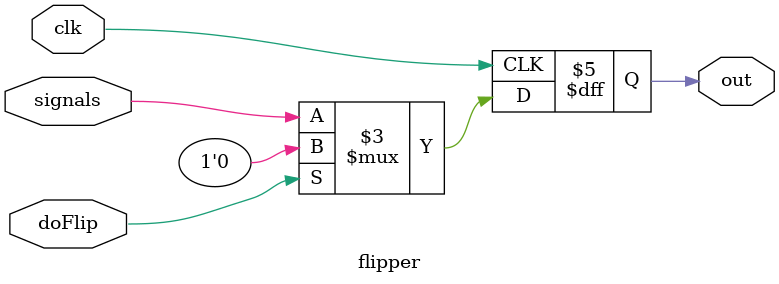
<source format=v>
module flipper(
	input signals,
	input clk,
	input doFlip,
	output reg out
);

	always @(posedge clk) begin

		if (doFlip) begin
			out <= 0;
		end else begin
			out <= signals;
		end
	end

endmodule
</source>
